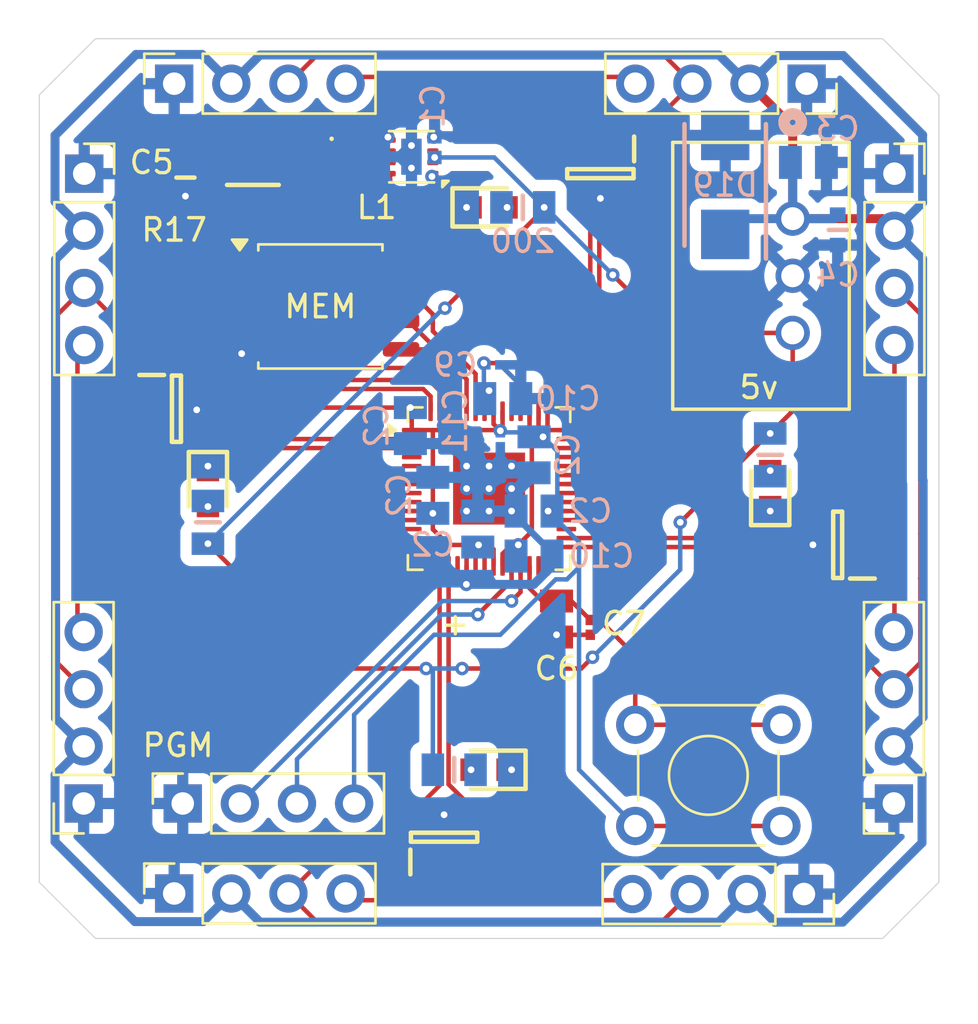
<source format=kicad_pcb>
(kicad_pcb (version 20241229) (generator "pcbnew") (generator_version "9.0")
  (layers (0 "F.Cu" signal) (2 "B.Cu" signal) (13 "F.Paste" user) (15 "B.Paste" user) (5 "F.SilkS" user "F.Silkscreen") (7 "B.SilkS" user "B.Silkscreen") (1 "F.Mask" user) (3 "B.Mask" user) (25 "Edge.Cuts" user))
  (net 0 "")
  (net 1 "/5V_LOCAL")
  (net 2 "GND")
  (net 3 "/3.3V_LOCAL")
  (net 4 "VCC")
  (net 5 "Net-(U1-VREG_VOUT)")
  (net 6 "Net-(D1-A)")
  (net 7 "Net-(D2-A)")
  (net 8 "Net-(D3-A)")
  (net 9 "Net-(D4-A)")
  (net 10 "/N_RX")
  (net 11 "/N_TX")
  (net 12 "/E_TX")
  (net 13 "/E_RX")
  (net 14 "/S_RX")
  (net 15 "/S_TX")
  (net 16 "/W_RX")
  (net 17 "/W_TX")
  (net 18 "Net-(J9-Pin_3)")
  (net 19 "Net-(J9-Pin_2)")
  (net 20 "Net-(U3-SW)")
  (net 21 "Net-(U3-PG)")
  (net 22 "Net-(U1-QSPI_SD2)")
  (net 24 "Net-(U1-QSPI_SCLK)")
  (net 26 "Net-(U1-QSPI_SS)")
  (net 27 "Net-(U1-QSPI_SD3)")
  (net 33 "Net-(U1-QSPI_SD0)")
  (net 39 "Net-(U1-QSPI_SD1)")
  (net 48 "Net-(SW1-B)")
  (net 53 "unconnected-(U1-GPIO11-Pad14)")
  (footprint "SamacSys_Parts:RBT10W24S05_XPP_XPR" (layer "F.Cu") (at 148.5 43 -90)
    (property "Reference" "5v")
    (property "Value" "RBT05W24S05")
  )
  (footprint "SamacSys_Parts:LEDC1608X115N" (layer "F.Cu") (at 147.5 55 90)
    (property "Reference" "D2" (hide yes))
    (property "Value" "LED" (hide yes))
  )
  (footprint "SamacSys_Parts:LEDC1608X115N" (layer "F.Cu") (at 122.5 55 -90)
    (property "Reference" "D4" (hide yes))
    (property "Value" "LED" (hide yes))
  )
  (footprint "SamacSys_Parts:LEDC1608X115N" (layer "F.Cu") (at 135 67.5 180)
    (property "Reference" "D3" (hide yes))
    (property "Value" "LED" (hide yes))
  )
  (footprint "Button_Switch_THT:SW_TH_Tactile_Omron_B3F-100x" (layer "F.Cu") (at 148 70 180)
    (property "Reference" "SW1" (hide yes))
    (property "Value" "SW_Push_Open")
  )
  (footprint "Package_SON:WSON-8-1EP_2x2mm_P0.5mm_EP0.9x1.6mm_ThermalVias" (layer "F.Cu") (at 131.55 40.25 180)
    (property "Reference" "U3" (hide yes))
    (property "Value" "TPS62162DSG")
  )
  (footprint "Connector_PinSocket_2.54mm:PinSocket_1x04_P2.54mm_Vertical" (layer "F.Cu") (at 121.38 69 90)
    (property "Reference" "J9" (hide yes))
    (property "Value" "2.54mm_ProgrammingPin")
  )
  (footprint "SamacSys_Parts:CAPC0603X33N" (layer "F.Cu") (at 139.5 61.17 -90)
    (property "Reference" "C7")
    (property "Value" "1uF" (hide yes))
  )
  (footprint "Connector_PinSocket_2.54mm:PinSocket_1x04_P2.54mm_Vertical" (layer "F.Cu") (at 116.975 69 180)
    (property "Reference" "J8" (hide yes))
    (property "Value" "1x4_Pogo")
  )
  (footprint "Connector_PinSocket_2.54mm:PinSocket_1x04_P2.54mm_Vertical" (layer "F.Cu") (at 153 69 180)
    (property "Reference" "J4" (hide yes))
    (property "Value" "1x4_Pogo")
  )
  (footprint "SamacSys_Parts:LCENA2016MKT2R2M0NK" (layer "F.Cu") (at 128 41.2 -90)
    (property "Reference" "L1")
    (property "Value" "2.2uH" (hide yes))
  )
  (footprint "SamacSys_Parts:SOT95P248X115-3N" (layer "F.Cu") (at 150.5 57.5 180)
    (property "Reference" "D18" (hide yes))
    (property "Value" "VGSOT03C-HG3-08" (hide yes))
  )
  (footprint "SamacSys_Parts:LEDC1608X115N" (layer "F.Cu") (at 135 42.5)
    (property "Reference" "D1" (hide yes))
    (property "Value" "LED" (hide yes))
  )
  (footprint "Connector_PinSocket_2.54mm:PinSocket_1x04_P2.54mm_Vertical" (layer "F.Cu") (at 121 37 90)
    (property "Reference" "J1" (hide yes))
    (property "Value" "1x4_Pogo")
  )
  (footprint "SamacSys_Parts:GRM18x" (layer "F.Cu") (at 121.5 41.175 -90)
    (property "Reference" "C5")
    (property "Value" "22uF" (hide yes))
  )
  (footprint "SamacSys_Parts:TNPW0805100KFHEA" (layer "F.Cu") (at 124.5 41.5 -90)
    (property "Reference" "R17")
    (property "Value" "100k" (hide yes))
  )
  (footprint "Connector_PinSocket_2.54mm:PinSocket_1x04_P2.54mm_Vertical" (layer "F.Cu") (at 149.12 37 -90)
    (property "Reference" "J2" (hide yes))
    (property "Value" "1x4_Pogo")
  )
  (footprint "SamacSys_Parts:SOT95P248X115-3N" (layer "F.Cu") (at 121.1 51.45)
    (property "Reference" "D21" (hide yes))
    (property "Value" "VGSOT03C-HG3-08" (hide yes))
  )
  (footprint "Package_SO:SOIC-8_5.3x5.3mm_P1.27mm" (layer "F.Cu") (at 127.5 46.905)
    (property "Reference" "MEM")
    (property "Value" "W25Q16JVSS")
  )
  (footprint "Connector_PinSocket_2.54mm:PinSocket_1x04_P2.54mm_Vertical" (layer "F.Cu") (at 149 73.025 -90)
    (property "Reference" "J6" (hide yes))
    (property "Value" "1x4_Pogo")
  )
  (footprint "Package_DFN_QFN:QFN-56-1EP_7x7mm_P0.4mm_EP3.2x3.2mm" (layer "F.Cu") (at 135 55)
    (property "Reference" "U1" (hide yes))
    (property "Value" "RP2040")
  )
  (footprint "SamacSys_Parts:CAPC2012X140N" (layer "F.Cu") (at 138 60.8 -90)
    (property "Reference" "C6")
    (property "Value" "0.1uF" (hide yes))
  )
  (footprint "Connector_PinSocket_2.54mm:PinSocket_1x04_P2.54mm_Vertical" (layer "F.Cu") (at 121 73 90)
    (property "Reference" "J5" (hide yes))
    (property "Value" "1x4_Pogo")
  )
  (footprint "SamacSys_Parts:SOT95P248X115-3N" (layer "F.Cu") (at 139.95 41 -90)
    (property "Reference" "D17" (hide yes))
    (property "Value" "VGSOT03C-HG3-08" (hide yes))
  )
  (footprint "SamacSys_Parts:SOT95P248X115-3N" (layer "F.Cu") (at 133 70.5 90)
    (property "Reference" "D20" (hide yes))
    (property "Value" "VGSOT03C-HG3-08" (hide yes))
  )
  (footprint "Connector_PinSocket_2.54mm:PinSocket_1x04_P2.54mm_Vertical" (layer "F.Cu") (at 117 41)
    (property "Reference" "J7" (hide yes))
    (property "Value" "1x4_Pogo")
  )
  (footprint "Connector_PinSocket_2.54mm:PinSocket_1x04_P2.54mm_Vertical" (layer "F.Cu") (at 153.025 41)
    (property "Reference" "J3" (hide yes))
    (property "Value" "1x4_Pogo")
  )
  (footprint "SamacSys_Parts:CAPC2012X140N" (layer "B.Cu") (at 131.5 52.2 -90)
    (property "Reference" "C2")
    (property "Value" "0.1uF" (hide yes))
  )
  (footprint "SamacSys_Parts:CAPC2012X140N" (layer "B.Cu") (at 137 53.5 -90)
    (property "Reference" "C2")
    (property "Value" "0.1uF" (hide yes))
  )
  (footprint "SamacSys_Parts:CAPC1005X70N" (layer "B.Cu") (at 132.58 39.82 90)
    (property "Reference" "C1")
    (property "Value" "10uF" (hide yes))
  )
  (footprint "SamacSys_Parts:CAPC2012X140N" (layer "B.Cu") (at 134.5 56.8 90)
    (property "Reference" "C2")
    (property "Value" "0.1uF" (hide yes))
  )
  (footprint "SamacSys_Parts:CAPC0603X33N" (layer "B.Cu") (at 135.17 49.5)
    (property "Reference" "C9")
    (property "Value" "1uF" (hide yes))
  )
  (footprint "SamacSys_Parts:CRCW1210200RJNEAIF" (layer "B.Cu") (at 136.5 42.5 180)
    (property "Reference" "200")
    (property "Value" "200" (hide yes))
  )
  (footprint "SamacSys_Parts:CAPC2012X140N" (layer "B.Cu") (at 149.2 40.5)
    (property "Reference" "C3")
    (property "Value" "0.1uF" (hide yes))
  )
  (footprint "SamacSys_Parts:DIOM5436X244N" (layer "B.Cu") (at 145.5 41.5 90)
    (property "Reference" "D19")
    (property "Value" "SMBJ15A" (hide yes))
  )
  (footprint "SamacSys_Parts:CAPC2012X140N" (layer "B.Cu") (at 132.5 55.3 90)
    (property "Reference" "C2")
    (property "Value" "0.1uF" (hide yes))
  )
  (footprint "SamacSys_Parts:CAPC2012X140N" (layer "B.Cu") (at 135.61 51)
    (property "Reference" "C10")
    (property "Value" "0.1uF" (hide yes))
  )
  (footprint "SamacSys_Parts:CRCW1210200RJNEAIF" (layer "B.Cu") (at 147.5 53.5 -90)
    (property "Reference" "R2" (hide yes))
    (property "Value" "200" (hide yes))
  )
  (footprint "SamacSys_Parts:CAPC2012X140N" (layer "B.Cu") (at 137 58)
    (property "Reference" "C10")
    (property "Value" "0.1uF" (hide yes))
  )
  (footprint "SamacSys_Parts:CAPC2012X140N" (layer "B.Cu") (at 137 56 180)
    (property "Reference" "C2")
    (property "Value" "0.1uF" (hide yes))
  )
  (footprint "SamacSys_Parts:CRCW1210200RJNEAIF" (layer "B.Cu") (at 122.5 56.5 90)
    (property "Reference" "R4" (hide yes))
    (property "Value" "200" (hide yes))
  )
  (footprint "SamacSys_Parts:GRM18x" (layer "B.Cu") (at 150.5 43.5 -90)
    (property "Reference" "C4")
    (property "Value" "22uF" (hide yes))
  )
  (footprint "SamacSys_Parts:CRCW1210200RJNEAIF" (layer "B.Cu") (at 133.45 67.5)
    (property "Reference" "R3" (hide yes))
    (property "Value" "200" (hide yes))
  )
  (footprint "SamacSys_Parts:CAPC0603X33N" (layer "B.Cu") (at 135.5 52.83 -90)
    (property "Reference" "C11")
    (property "Value" "1uF" (hide yes))
  )
  (gr_line (start 155 37.5) (end 152.5 35) (stroke (width 0.05)) (layer "Edge.Cuts"))
  (gr_line (start 117.5 75) (end 152.5 75) (stroke (width 0.05)) (layer "Edge.Cuts"))
  (gr_line (start 152.5 75) (end 155 72.5) (stroke (width 0.05)) (layer "Edge.Cuts"))
  (gr_line (start 155 72.5) (end 155 37.5) (stroke (width 0.05)) (layer "Edge.Cuts"))
  (gr_line (start 115 37.5) (end 115 72.5) (stroke (width 0.05)) (layer "Edge.Cuts"))
  (gr_line (start 152.5 35) (end 117.5 35) (stroke (width 0.05)) (layer "Edge.Cuts"))
  (gr_line (start 115 37.5) (end 117.5 35) (stroke (width 0.05)) (layer "Edge.Cuts"))
  (gr_line (start 115 72.5) (end 117.5 75) (stroke (width 0.05)) (layer "Edge.Cuts"))
  (gr_text "+" (at 133.5 61 0) (layer "F.SilkS") (effects (font (size 1 1) (thickness 0.15) (bold yes))))
  (gr_text "PGM" (at 119.5 67 0) (layer "F.SilkS") (effects (font (size 1 1)) (justify left bottom)))
  (segment (start 132.5 40) (end 132.5 40.5) (width 0.2) (layer "F.Cu") (net 1))
  (segment (start 137.45 42.568328) (end 137.45 42.5) (width 0.2) (layer "F.Cu") (net 1))
  (segment (start 139.1 63) (end 139.6 62.5) (width 0.2) (layer "F.Cu") (net 1))
  (segment (start 132.5 40.36) (end 132.58 40.28) (width 0.2) (layer "F.Cu") (net 1))
  (segment (start 147.5 52.55) (end 147.45 52.55) (width 0.2) (layer "F.Cu") (net 1))
  (segment (start 143.081 48.08) (end 140.501 45.5) (width 0.2) (layer "F.Cu") (net 1))
  (segment (start 132.200001 63) (end 128.05 63) (width 0.2) (layer "F.Cu") (net 1))
  (segment (start 148.5 48.08) (end 143.081 48.08) (width 0.2) (layer "F.Cu") (net 1))
  (segment (start 132.5 40.5) (end 132.5 40.36) (width 0.2) (layer "F.Cu") (net 1))
  (segment (start 147.45 52.55) (end 143.5 56.5) (width 0.2) (layer "F.Cu") (net 1))
  (segment (start 133.036657 46.981671) (end 137.45 42.568328) (width 0.2) (layer "F.Cu") (net 1))
  (segment (start 148.5 48.08) (end 148.5 51.55) (width 0.2) (layer "F.Cu") (net 1))
  (segment (start 128.05 63) (end 122.5 57.45) (width 0.2) (layer "F.Cu") (net 1))
  (segment (start 133.8 63) (end 139.1 63) (width 0.2) (layer "F.Cu") (net 1))
  (segment (start 148.5 51.55) (end 147.5 52.55) (width 0.2) (layer "F.Cu") (net 1))
  (via (at 132.200001 63) (size 0.6) (drill 0.3) (layers "F.Cu" "B.Cu") (net 1))
  (via (at 133.036657 46.981671) (size 0.6) (drill 0.3) (layers "F.Cu" "B.Cu") (net 1))
  (via (at 122.5 57.45) (size 0.6) (drill 0.3) (layers "F.Cu" "B.Cu") (net 1))
  (via (at 132.58 40.28) (size 0.6) (drill 0.3) (layers "F.Cu" "B.Cu") (net 1))
  (via (at 139.6 62.5) (size 0.6) (drill 0.3) (layers "F.Cu" "B.Cu") (net 1))
  (via (at 140.501 45.5) (size 0.6) (drill 0.3) (layers "F.Cu" "B.Cu") (net 1))
  (via (at 143.5 56.5) (size 0.6) (drill 0.3) (layers "F.Cu" "B.Cu") (net 1))
  (via (at 133.8 63) (size 0.6) (drill 0.3) (layers "F.Cu" "B.Cu") (net 1))
  (via (at 137.45 42.5) (size 0.6) (drill 0.3) (layers "F.Cu" "B.Cu") (net 1))
  (via (at 147.5 52.55) (size 0.6) (drill 0.3) (layers "F.Cu" "B.Cu") (net 1))
  (segment (start 132.58 40.28) (end 135.23 40.28) (width 0.2) (layer "B.Cu") (net 1))
  (segment (start 140.501 45.5) (end 137.501 42.5) (width 0.2) (layer "B.Cu") (net 1))
  (segment (start 132.968329 46.981671) (end 133.036657 46.981671) (width 0.2) (layer "B.Cu") (net 1))
  (segment (start 143.5 56.5) (end 143.5 58.6) (width 0.2) (layer "B.Cu") (net 1))
  (segment (start 132.200001 63) (end 132.5 63) (width 0.2) (layer "B.Cu") (net 1))
  (segment (start 132.5 63) (end 133.8 63) (width 0.2) (layer "B.Cu") (net 1))
  (segment (start 122.5 57.45) (end 132.968329 46.981671) (width 0.2) (layer "B.Cu") (net 1))
  (segment (start 137.501 42.5) (end 137.45 42.5) (width 0.2) (layer "B.Cu") (net 1))
  (segment (start 135.23 40.28) (end 137.45 42.5) (width 0.2) (layer "B.Cu") (net 1))
  (segment (start 143.5 58.6) (end 139.6 62.5) (width 0.2) (layer "B.Cu") (net 1))
  (segment (start 132.5 67.5) (end 132.5 63) (width 0.2) (layer "B.Cu") (net 1))
  (segment (start 122.05 51.45) (end 122 51.5) (width 0.2) (layer "F.Cu") (net 2))
  (segment (start 139.5 61.5) (end 138.1 61.5) (width 0.2) (layer "F.Cu") (net 2))
  (segment (start 123.9125 48.9125) (end 124 49) (width 0.2) (layer "F.Cu") (net 2))
  (segment (start 122.2 51.45) (end 122.05 51.45) (width 0.2) (layer "F.Cu") (net 2))
  (segment (start 133 69.4) (end 133 69.5) (width 0.2) (layer "F.Cu") (net 2))
  (segment (start 134 59.248125) (end 133.990306 59.257819) (width 0.2) (layer "F.Cu") (net 2))
  (segment (start 138.1 61.5) (end 138 61.6) (width 0.2) (layer "F.Cu") (net 2))
  (segment (start 147.5 55.8) (end 147.5 56) (width 0.2) (layer "F.Cu") (net 2))
  (segment (start 132.5 39.413845) (end 132.538845 39.375) (width 0.2) (layer "F.Cu") (net 2))
  (segment (start 130.6 39.5) (end 130.6 39.471638) (width 0.2) (layer "F.Cu") (net 2))
  (segment (start 121.5 41.85) (end 121.5 42) (width 0.2) (layer "F.Cu") (net 2))
  (segment (start 138 61.6) (end 138 61.5) (width 0.2) (layer "F.Cu") (net 2))
  (segment (start 123.9125 48.81) (end 123.9125 48.9125) (width 0.2) (layer "F.Cu") (net 2))
  (segment (start 134.2 42.5) (end 134 42.5) (width 0.2) (layer "F.Cu") (net 2))
  (segment (start 122.5 54.2) (end 122.5 54) (width 0.2) (layer "F.Cu") (net 2))
  (segment (start 134 58.4375) (end 134 59.248125) (width 0.2) (layer "F.Cu") (net 2))
  (segment (start 135.8 67.5) (end 136 67.5) (width 0.2) (layer "F.Cu") (net 2))
  (segment (start 132.5 39.5) (end 132.5 39.413845) (width 0.2) (layer "F.Cu") (net 2))
  (segment (start 132.5 41.086137) (end 132.461137 41.125) (width 0.2) (layer "F.Cu") (net 2))
  (segment (start 132.5 41) (end 132.5 41.086137) (width 0.2) (layer "F.Cu") (net 2))
  (segment (start 130.6 39.471638) (end 130.503362 39.375) (width 0.2) (layer "F.Cu") (net 2))
  (via (at 135 56) (size 0.6) (drill 0.3) (layers "F.Cu" "B.Cu") (net 2))
  (via (at 132.538845 39.375) (size 0.6) (drill 0.3) (layers "F.Cu" "B.Cu") (net 2))
  (via (at 134 42.5) (size 0.6) (drill 0.3) (layers "F.Cu" "B.Cu") (net 2))
  (via (at 132.461137 41.125) (size 0.6) (drill 0.3) (layers "F.Cu" "B.Cu") (net 2))
  (via (at 134 54) (size 0.6) (drill 0.3) (layers "F.Cu" "B.Cu") (net 2))
  (via (at 149.4 57.5) (size 0.6) (drill 0.3) (layers "F.Cu" "B.Cu") (net 2))
  (via (at 134 56) (size 0.6) (drill 0.3) (layers "F.Cu" "B.Cu") (net 2))
  (via (at 136 55) (size 0.6) (drill 0.3) (layers "F.Cu" "B.Cu") (net 2))
  (via (at 136 56) (size 0.6) (drill 0.3) (layers "F.Cu" "B.Cu") (net 2))
  (via (at 122.5 54) (size 0.6) (drill 0.3) (layers "F.Cu" "B.Cu") (net 2))
  (via (at 122 51.5) (size 0.6) (drill 0.3) (layers "F.Cu" "B.Cu") (net 2))
  (via (at 135 55) (size 0.6) (drill 0.3) (layers "F.Cu" "B.Cu") (net 2))
  (via (at 133.990306 59.257819) (size 0.6) (drill 0.3) (layers "F.Cu" "B.Cu") (net 2))
  (via (at 135 54) (size 0.6) (drill 0.3) (layers "F.Cu" "B.Cu") (net 2))
  (via (at 130.503362 39.375) (size 0.6) (drill 0.3) (layers "F.Cu" "B.Cu") (net 2))
  (via (at 136 54) (size 0.6) (drill 0.3) (layers "F.Cu" "B.Cu") (net 2))
  (via (at 121.5 42) (size 0.6) (drill 0.3) (layers "F.Cu" "B.Cu") (net 2))
  (via (at 134 55) (size 0.6) (drill 0.3) (layers "F.Cu" "B.Cu") (net 2))
  (via (at 147.5 56) (size 0.6) (drill 0.3) (layers "F.Cu" "B.Cu") (net 2))
  (via (at 138 61.5) (size 0.6) (drill 0.3) (layers "F.Cu" "B.Cu") (net 2))
  (via (at 139.95 42.1) (size 0.6) (drill 0.3) (layers "F.Cu" "B.Cu") (net 2))
  (via (at 124 49) (size 0.6) (drill 0.3) (layers "F.Cu" "B.Cu") (net 2))
  (via (at 136 67.5) (size 0.6) (drill 0.3) (layers "F.Cu" "B.Cu") (net 2))
  (via (at 133 69.5) (size 0.6) (drill 0.3) (layers "F.Cu" "B.Cu") (net 2))
  (segment (start 136.2 55.1) (end 137 54.3) (width 0.6) (layer "B.Cu") (net 2))
  (segment (start 137.8 58) (end 137.8 58.447) (width 0.4) (layer "B.Cu") (net 2))
  (segment (start 136.989181 59.257819) (end 133.990306 59.257819) (width 0.4) (layer "B.Cu") (net 2))
  (segment (start 137.8 58.447) (end 136.989181 59.257819) (width 0.4) (layer "B.Cu") (net 2))
  (segment (start 136.41 51) (end 136.41 50.41) (width 0.2) (layer "B.Cu") (net 2))
  (segment (start 135.5 53.5) (end 135 54) (width 0.2) (layer "B.Cu") (net 2))
  (segment (start 135.5 53.5) (end 136 54) (width 0.2) (layer "B.Cu") (net 2))
  (segment (start 136.2 56.247) (end 136.2 56) (width 0.2) (layer "B.Cu") (net 2))
  (segment (start 137.8 57.847) (end 136.2 56.247) (width 0.3) (layer "B.Cu") (net 2))
  (segment (start 136.41 50.41) (end 135.5 49.5) (width 0.2) (layer "B.Cu") (net 2))
  (segment (start 136.2 56) (end 136.2 55.1) (width 0.6) (layer "B.Cu") (net 2))
  (segment (start 135.5 53.16) (end 135.5 53.5) (width 0.2) (layer "B.Cu") (net 2))
  (segment (start 132.5 56.1) (end 132.5 52.4) (width 0.2) (layer "F.Cu") (net 3))
  (segment (start 135.600001 51.5625) (end 135.600001 52.329997) (width 0.2) (layer "F.Cu") (net 3))
  (segment (start 131.5625 52.4) (end 132.5 52.4) (width 0.2) (layer "F.Cu") (net 3))
  (segment (start 135.600001 52.329997) (end 135.5 52.429998) (width 0.2) (layer "F.Cu") (net 3))
  (segment (start 124.5 40) (end 124 40) (width 0.2) (layer "F.Cu") (net 3))
  (segment (start 132.5 56.81) (end 133.196166 57.506166) (width 0.2) (layer "F.Cu") (net 3))
  (segment (start 135.470002 52.4) (end 135.5 52.429998) (width 0.2) (layer "F.Cu") (net 3))
  (segment (start 131.5625 56) (end 132.4 56) (width 0.2) (layer "F.Cu") (net 3))
  (segment (start 124 40) (end 123.5 40.5) (width 0.2) (layer "F.Cu") (net 3))
  (segment (start 133.196166 57.506166) (end 134.533207 57.506166) (width 0.2) (layer "F.Cu") (net 3))
  (segment (start 132.5 52.4) (end 135.470002 52.4) (width 0.2) (layer "F.Cu") (net 3))
  (segment (start 141.5 70) (end 148 70) (width 0.2) (layer "F.Cu") (net 3))
  (segment (start 135.2 52.129998) (end 135.5 52.429998) (width 0.2) (layer "F.Cu") (net 3))
  (segment (start 137.199999 52.499999) (end 137.4 52.7) (width 0.2) (layer "F.Cu") (net 3))
  (segment (start 138.4375 52.4) (end 137.7 52.4) (width 0.2) (layer "F.Cu") (net 3))
  (segment (start 137.199999 51.5625) (end 137.199999 52.499999) (width 0.2) (layer "F.Cu") (net 3))
  (segment (start 123.5 40.5) (end 121.5 40.5) (width 0.2) (layer "F.Cu") (net 3))
  (segment (start 131.5625 51.4625) (end 131.5 51.4) (width 0.2) (layer "F.Cu") (net 3))
  (segment (start 128.4 40) (end 130.6 40) (width 0.2) (layer "F.Cu") (net 3))
  (segment (start 121.997 42.503) (end 124.5 40) (width 0.2) (layer "F.Cu") (net 3))
  (segment (start 137.6 51.5625) (end 137.6 52.5) (width 0.2) (layer "F.Cu") (net 3))
  (segment (start 122.871 44.374) (end 121.997 43.5) (width 0.2) (layer "F.Cu") (net 3))
  (segment (start 137.7 52.4) (end 137.4 52.7) (width 0.2) (layer "F.Cu") (net 3))
  (segment (start 121.997 49.50119) (end 121.997 43.5) (width 0.2) (layer "F.Cu") (net 3))
  (segment (start 128 40.4) (end 124.9 40.4) (width 0.2) (layer "F.Cu") (net 3))
  (segment (start 131.0875 45) (end 130.4615 44.374) (width 0.2) (layer "F.Cu") (net 3))
  (segment (start 130.4615 44.374) (end 122.871 44.374) (width 0.2) (layer "F.Cu") (net 3))
  (segment (start 131.5 51.4) (end 123.89581 51.4) (width 0.2) (layer "F.Cu") (net 3))
  (segment (start 135.2 57.7) (end 135.006166 57.506166) (width 0.2) (layer "F.Cu") (net 3))
  (segment (start 121.997 43.5) (end 121.997 42.503) (width 0.2) (layer "F.Cu") (net 3))
  (segment (start 135.2 58.4375) (end 135.2 57.7) (width 0.2) (layer "F.Cu") (net 3))
  (segment (start 138.4375 56) (end 137.624832 56) (width 0.2) (layer "F.Cu") (net 3))
  (segment (start 132.5 56.1) (end 132.5 56.81) (width 0.2) (layer "F.Cu") (net 3))
  (segment (start 137.624832 56) (end 137.624698 56.000134) (width 0.2) (layer "F.Cu") (net 3))
  (segment (start 135.006166 57.506166) (end 134.533207 57.506166) (width 0.2) (layer "F.Cu") (net 3))
  (segment (start 131.5625 52.4) (end 131.5625 51.4625) (width 0.2) (layer "F.Cu") (net 3))
  (segment (start 137.6 52.5) (end 137.4 52.7) (width 0.2) (layer "F.Cu") (net 3))
  (segment (start 123.89581 51.4) (end 121.997 49.50119) (width 0.2) (layer "F.Cu") (net 3))
  (segment (start 124.9 40.4) (end 124.5 40) (width 0.2) (layer "F.Cu") (net 3))
  (segment (start 132.4 56) (end 132.5 56.1) (width 0.2) (layer "F.Cu") (net 3))
  (segment (start 128 40.4) (end 128.4 40) (width 0.2) (layer "F.Cu") (net 3))
  (segment (start 135.2 51.5625) (end 135.2 52.129998) (width 0.2) (layer "F.Cu") (net 3))
  (via (at 137.4 52.7) (size 0.6) (drill 0.3) (layers "F.Cu" "B.Cu") (net 3))
  (via (at 134.533207 57.506166) (size 0.6) (drill 0.3) (layers "F.Cu" "B.Cu") (net 3))
  (via (at 132.5 56.1) (size 0.6) (drill 0.3) (layers "F.Cu" "B.Cu") (net 3))
  (via (at 131.5 51.4) (size 0.6) (drill 0.3) (layers "F.Cu" "B.Cu") (net 3))
  (via (at 137.624698 56.000134) (size 0.6) (drill 0.3) (layers "F.Cu" "B.Cu") (net 3))
  (via (at 135.5 52.429998) (size 0.6) (drill 0.3) (layers "F.Cu" "B.Cu") (net 3))
  (segment (start 139 58.5) (end 138.464 59.036) (width 0.2) (layer "B.Cu") (net 3))
  (segment (start 139 58.5) (end 139 67.5) (width 0.2) (layer "B.Cu") (net 3))
  (segment (start 135.5 61.5) (end 132.5542 61.5) (width 0.2) (layer "B.Cu") (net 3))
  (segment (start 135.5 52.5) (end 136.8 52.5) (width 0.2) (layer "B.Cu") (net 3))
  (segment (start 137.624698 56.000134) (end 139 57.375436) (width 0.2) (layer "B.Cu") (net 3))
  (segment (start 129 65.0542) (end 129 69) (width 0.2) (layer "B.Cu") (net 3))
  (segment (start 137.964 59.036) (end 135.5 61.5) (width 0.2) (layer "B.Cu") (net 3))
  (segment (start 136.8 52.5) (end 137 52.7) (width 0.2) (layer "B.Cu") (net 3))
  (segment (start 139 67.5) (end 141.5 70) (width 0.2) (layer "B.Cu") (net 3))
  (segment (start 138.036 55.588832) (end 138.036 53.336) (width 0.2) (layer "B.Cu") (net 3))
  (segment (start 132.5542 61.5) (end 129 65.0542) (width 0.2) (layer "B.Cu") (net 3))
  (segment (start 138.464 59.036) (end 137.964 59.036) (width 0.2) (layer "B.Cu") (net 3))
  (segment (start 138.036 53.336) (end 137.4 52.7) (width 0.2) (layer "B.Cu") (net 3))
  (segment (start 139 57.375436) (end 139 58.5) (width 0.2) (layer "B.Cu") (net 3))
  (segment (start 137.624698 56.000134) (end 138.036 55.588832) (width 0.2) (layer "B.Cu") (net 3))
  (segment (start 152.485 43) (end 153.025 43.54) (width 0.4) (layer "F.Cu") (net 4))
  (segment (start 148.5 43) (end 148.5 38.92) (width 0.4) (layer "F.Cu") (net 4))
  (segment (start 148.5 43) (end 152.485 43) (width 0.4) (layer "F.Cu") (net 4))
  (segment (start 148.5 38.92) (end 146.58 37) (width 0.4) (layer "F.Cu") (net 4))
  (segment (start 146.5 37) (end 145.224 35.724) (width 0.4) (layer "B.Cu") (net 4))
  (segment (start 153.025 43.54) (end 154.276 44.791) (width 0.4) (layer "B.Cu") (net 4))
  (segment (start 124.816 35.724) (end 123.54 37) (width 0.4) (layer "B.Cu") (net 4))
  (segment (start 150.749 35.749) (end 152.25 37.25) (width 0.4) (layer "B.Cu") (net 4))
  (segment (start 153 66.46) (end 154.251 67.711) (width 0.4) (layer "B.Cu") (net 4))
  (segment (start 119.251 74.251) (end 115.701 70.701) (width 0.4) (layer "B.Cu") (net 4))
  (segment (start 123.54 73) (end 122.289 74.251) (width 0.4) (layer "B.Cu") (net 4))
  (segment (start 154.299 65.161) (end 153 66.46) (width 0.4) (layer "B.Cu") (net 4))
  (segment (start 154.276 39.276) (end 154.276 42.289) (width 0.4) (layer "B.Cu") (net 4))
  (segment (start 122.241 35.701) (end 123.54 37) (width 0.4) (layer "B.Cu") (net 4))
  (segment (start 150.325 43) (end 150.5 42.825) (width 0.4) (layer "B.Cu") (net 4))
  (segment (start 146.46 73.025) (end 145.209 74.276) (width 0.4) (layer "B.Cu") (net 4))
  (segment (start 146.58 37) (end 146.5 37) (width 0.4) (layer "B.Cu") (net 4))
  (segment (start 146.58 37) (end 147.831 35.749) (width 0.4) (layer "B.Cu") (net 4))
  (segment (start 147.711 74.276) (end 146.46 73.025) (width 0.4) (layer "B.Cu") (net 4))
  (segment (start 154.276 54.624) (end 154.299 54.647) (width 0.4) (layer "B.Cu") (net 4))
  (segment (start 154.251 70.749) (end 150.724 74.276) (width 0.4) (layer "B.Cu") (net 4))
  (segment (start 154.276 42.289) (end 153.025 43.54) (width 0.4) (layer "B.Cu") (net 4))
  (segment (start 150.724 74.276) (end 147.711 74.276) (width 0.4) (layer "B.Cu") (net 4))
  (segment (start 154.251 67.711) (end 154.251 70.749) (width 0.4) (layer "B.Cu") (net 4))
  (segment (start 124.816 74.276) (end 123.54 73) (width 0.4) (layer "B.Cu") (net 4))
  (segment (start 116.975 66.46) (end 115.724 65.209) (width 0.4) (layer "B.Cu") (net 4))
  (segment (start 115.701 70.701) (end 115.701 67.734) (width 0.4) (layer "B.Cu") (net 4))
  (segment (start 115.701 39.299) (end 119.299 35.701) (width 0.4) (layer "B.Cu") (net 4))
  (segment (start 148.5 43) (end 150.325 43) (width 0.4) (layer "B.Cu") (net 4))
  (segment (start 148.5 43) (end 148.5 40.6) (width 0.4) (layer "B.Cu") (net 4))
  (segment (start 147.831 35.749) (end 150.749 35.749) (width 0.4) (layer "B.Cu") (net 4))
  (segment (start 154.299 54.647) (end 154.299 65.161) (width 0.4) (layer "B.Cu") (net 4))
  (segment (start 154.276 44.791) (end 154.276 54.624) (width 0.4) (layer "B.Cu") (net 4))
  (segment (start 148.5 40.6) (end 148.4 40.5) (width 0.4) (layer "B.Cu") (net 4))
  (segment (start 115.724 65.209) (end 115.724 44.816) (width 0.4) (layer "B.Cu") (net 4))
  (segment (start 119.299 35.701) (end 122.241 35.701) (width 0.4) (layer "B.Cu") (net 4))
  (segment (start 146.2 43) (end 145.5 43.7) (width 0.4) (layer "B.Cu") (net 4))
  (segment (start 122.289 74.251) (end 119.251 74.251) (width 0.4) (layer "B.Cu") (net 4))
  (segment (start 115.701 67.734) (end 116.975 66.46) (width 0.4) (layer "B.Cu") (net 4))
  (segment (start 152.25 37.25) (end 154.276 39.276) (width 0.4) (layer "B.Cu") (net 4))
  (segment (start 115.724 44.816) (end 117 43.54) (width 0.4) (layer "B.Cu") (net 4))
  (segment (start 115.701 42.241) (end 115.701 39.299) (width 0.4) (layer "B.Cu") (net 4))
  (segment (start 145.209 74.276) (end 124.816 74.276) (width 0.4) (layer "B.Cu") (net 4))
  (segment (start 117 43.54) (end 115.701 42.241) (width 0.4) (layer "B.Cu") (net 4))
  (segment (start 145.224 35.724) (end 124.816 35.724) (width 0.4) (layer "B.Cu") (net 4))
  (segment (start 148.5 43) (end 146.2 43) (width 0.4) (layer "B.Cu") (net 4))
  (segment (start 136.3 57.5) (end 136.302 57.5) (width 0.2) (layer "F.Cu") (net 5))
  (segment (start 135.600001 57.899999) (end 136 57.5) (width 0.2) (layer "F.Cu") (net 5))
  (segment (start 136 57.5) (end 136.3 57.5) (width 0.2) (layer "F.Cu") (net 5))
  (segment (start 136.8 52.998) (end 136.901 53.099) (width 0.2) (layer "F.Cu") (net 5))
  (segment (start 136.901 53.099) (end 136.901 56.901) (width 0.2) (layer "F.Cu") (net 5))
  (segment (start 136.8 51.5625) (end 136.8 50.8) (width 0.2) (layer "F.Cu") (net 5))
  (segment (start 134.8 51.5625) (end 134.8 50.845228) (width 0.2) (layer "F.Cu") (net 5))
  (segment (start 136.8 50.8) (end 135.421471 49.421471) (width 0.2) (layer "F.Cu") (net 5))
  (segment (start 136.8 51.5625) (end 136.8 52.998) (width 0.2) (layer "F.Cu") (net 5))
  (segment (start 134.8 50.845228) (end 134.999999 50.645229) (width 0.2) (layer "F.Cu") (net 5))
  (segment (start 135.600001 58.4375) (end 135.600001 57.899999) (width 0.2) (layer "F.Cu") (net 5))
  (segment (start 135.421471 49.421471) (end 134.77 49.421471) (width 0.2) (layer "F.Cu") (net 5))
  (segment (start 136.302 57.5) (end 136.901 56.901) (width 0.2) (layer "F.Cu") (net 5))
  (via (at 134.77 49.421471) (size 0.6) (drill 0.3) (layers "F.Cu" "B.Cu") (net 5))
  (via (at 134.999999 50.645229) (size 0.6) (drill 0.3) (layers "F.Cu" "B.Cu") (net 5))
  (via (at 136.3 57.5) (size 0.6) (drill 0.3) (layers "F.Cu" "B.Cu") (net 5))
  (segment (start 134.77 50.41523) (end 134.999999 50.645229) (width 0.2) (layer "B.Cu") (net 5))
  (segment (start 134.77 49.421471) (end 134.77 50.41523) (width 0.2) (layer "B.Cu") (net 5))
  (via (at 135.8 42.5) (size 0.6) (drill 0.3) (layers "F.Cu" "B.Cu") (net 6))
  (segment (start 135.55 42.5) (end 135.8 42.5) (width 0.2) (layer "B.Cu") (net 6))
  (via (at 147.5 54.2) (size 0.6) (drill 0.3) (layers "F.Cu" "B.Cu") (net 7))
  (segment (start 147.5 54.45) (end 147.5 54.2) (width 0.2) (layer "B.Cu") (net 7))
  (via (at 134.2 67.5) (size 0.6) (drill 0.3) (layers "F.Cu" "B.Cu") (net 8))
  (segment (start 134.4 67.5) (end 134.2 67.5) (width 0.2) (layer "B.Cu") (net 8))
  (via (at 122.5 55.8) (size 0.6) (drill 0.3) (layers "F.Cu" "B.Cu") (net 9))
  (segment (start 122.5 55.55) (end 122.5 55.8) (width 0.2) (layer "B.Cu") (net 9))
  (segment (start 139 42.5) (end 139.5 43) (width 0.2) (layer "F.Cu") (net 10))
  (segment (start 139.5 54) (end 139.100001 54.399999) (width 0.2) (layer "F.Cu") (net 10))
  (segment (start 139 39.9) (end 139 36.699) (width 0.2) (layer "F.Cu") (net 10))
  (segment (start 141.199 36.699) (end 141.5 37) (width 0.2) (layer "F.Cu") (net 10))
  (segment (start 139.100001 54.399999) (end 138.4375 54.399999) (width 0.2) (layer "F.Cu") (net 10))
  (segment (start 139 36.699) (end 128.921 36.699) (width 0.2) (layer "F.Cu") (net 10))
  (segment (start 128.921 36.699) (end 128.62 37) (width 0.2) (layer "F.Cu") (net 10))
  (segment (start 139 39.9) (end 139 42.5) (width 0.2) (layer "F.Cu") (net 10))
  (segment (start 139 36.699) (end 141.199 36.699) (width 0.2) (layer "F.Cu") (net 10))
  (segment (start 139.5 43) (end 139.5 54) (width 0.2) (layer "F.Cu") (net 10))
  (segment (start 138.4375 54.8) (end 139.265102 54.8) (width 0.2) (layer "F.Cu") (net 11))
  (segment (start 141.14 39.9) (end 144.04 37) (width 0.2) (layer "F.Cu") (net 11))
  (segment (start 142.864 35.824) (end 144.04 37) (width 0.2) (layer "F.Cu") (net 11))
  (segment (start 139.901 54.1661) (end 139.901 43.599) (width 0.2) (layer "F.Cu") (net 11))
  (segment (start 140.9 42.6) (end 140.9 39.9) (width 0.2) (layer "F.Cu") (net 11))
  (segment (start 127.256 35.824) (end 142.864 35.824) (width 0.2) (layer "F.Cu") (net 11))
  (segment (start 139.266101 54.800999) (end 139.901 54.1661) (width 0.2) (layer "F.Cu") (net 11))
  (segment (start 127.256 35.824) (end 126.08 37) (width 0.2) (layer "F.Cu") (net 11))
  (segment (start 139.901 43.599) (end 140.9 42.6) (width 0.2) (layer "F.Cu") (net 11))
  (segment (start 140.9 39.9) (end 141.14 39.9) (width 0.2) (layer "F.Cu") (net 11))
  (segment (start 139.265102 54.8) (end 139.266101 54.800999) (width 0.2) (layer "F.Cu") (net 11))
  (segment (start 154.176 62.744) (end 153 63.92) (width 0.2) (layer "F.Cu") (net 12))
  (segment (start 154.176 47.231) (end 154.176 57) (width 0.2) (layer "F.Cu") (net 12))
  (segment (start 151.449 58.601) (end 151.6 58.45) (width 0.2) (layer "F.Cu") (net 12))
  (segment (start 154.176 57) (end 154.176 58.998765) (width 0.2) (layer "F.Cu") (net 12))
  (segment (start 151.6 62.52) (end 151.6 58.45) (width 0.2) (layer "F.Cu") (net 12))
  (segment (start 148.1 57.6) (end 149.101 58.601) (width 0.2) (layer "F.Cu") (net 12))
  (segment (start 154.176 59) (end 154.176 62.744) (width 0.2) (layer "F.Cu") (net 12))
  (segment (start 151.6 62.52) (end 153 63.92) (width 0.2) (layer "F.Cu") (net 12))
  (segment (start 153.025 46.08) (end 154.176 47.231) (width 0.2) (layer "F.Cu") (net 12))
  (segment (start 138.4375 57.6) (end 148.1 57.6) (width 0.2) (layer "F.Cu") (net 12))
  (segment (start 154.174765 59) (end 154.176 59) (width 0.2) (layer "F.Cu") (net 12))
  (segment (start 149.101 58.601) (end 151.449 58.601) (width 0.2) (layer "F.Cu") (net 12))
  (segment (start 154.176 58.998765) (end 154.174765 59) (width 0.2) (layer "F.Cu") (net 12))
  (segment (start 153.025 56.5) (end 153.025 57) (width 0.2) (layer "F.Cu") (net 13))
  (segment (start 148.898 56.55) (end 151.6 56.55) (width 0.2) (layer "F.Cu") (net 13))
  (segment (start 153.025 48.62) (end 153.025 56.5) (width 0.2) (layer "F.Cu") (net 13))
  (segment (start 153.025 61.355) (end 153 61.38) (width 0.2) (layer "F.Cu") (net 13))
  (segment (start 152.975 56.55) (end 153.025 56.5) (width 0.2) (layer "F.Cu") (net 13))
  (segment (start 148.248001 57.199999) (end 148.898 56.55) (width 0.2) (layer "F.Cu") (net 13))
  (segment (start 138.4375 57.199999) (end 148.248001 57.199999) (width 0.2) (layer "F.Cu") (net 13))
  (segment (start 151.6 56.55) (end 152.975 56.55) (width 0.2) (layer "F.Cu") (net 13))
  (segment (start 153.025 57) (end 153.025 61.355) (width 0.2) (layer "F.Cu") (net 13))
  (segment (start 134 73.301) (end 141.104 73.301) (width 0.2) (layer "F.Cu") (net 14))
  (segment (start 133.95 68.898) (end 133.95 71.6) (width 0.2) (layer "F.Cu") (net 14))
  (segment (start 128.921 73.301) (end 128.62 73) (width 0.2) (layer "F.Cu") (net 14))
  (segment (start 132.5 73.301) (end 128.921 73.301) (width 0.2) (layer "F.Cu") (net 14))
  (segment (start 133.95 73.251) (end 134 73.301) (width 0.2) (layer "F.Cu") (net 14))
  (segment (start 132.5 73.301) (end 134 73.301) (width 0.2) (layer "F.Cu") (net 14))
  (segment (start 133.2 68.148) (end 133.95 68.898) (width 0.2) (layer "F.Cu") (net 14))
  (segment (start 133.2 58.4375) (end 133.2 68.148) (width 0.2) (layer "F.Cu") (net 14))
  (segment (start 141.104 73.301) (end 141.38 73.025) (width 0.2) (layer "F.Cu") (net 14))
  (segment (start 133.95 71.6) (end 133.95 73.251) (width 0.2) (layer "F.Cu") (net 14))
  (segment (start 143.92 73.025) (end 142.769 74.176) (width 0.2) (layer "F.Cu") (net 15))
  (segment (start 132.05 68.95) (end 132.05 71.6) (width 0.2) (layer "F.Cu") (net 15))
  (segment (start 132.800001 58.4375) (end 132.800001 68.199999) (width 0.2) (layer "F.Cu") (net 15))
  (segment (start 142.769 74.176) (end 127.256 74.176) (width 0.2) (layer "F.Cu") (net 15))
  (segment (start 132.800001 68.199999) (end 132.05 68.95) (width 0.2) (layer "F.Cu") (net 15))
  (segment (start 126.08 73) (end 127.48 71.6) (width 0.2) (layer "F.Cu") (net 15))
  (segment (start 127.48 71.6) (end 132.05 71.6) (width 0.2) (layer "F.Cu") (net 15))
  (segment (start 127.256 74.176) (end 126.08 73) (width 0.2) (layer "F.Cu") (net 15))
  (segment (start 119.9 52.5) (end 120 52.4) (width 0.2) (layer "F.Cu") (net 16))
  (segment (start 120.8 53.2) (end 120 52.4) (width 0.2) (layer "F.Cu") (net 16))
  (segment (start 116.699 52.5) (end 116.699 48.921) (width 0.2) (layer "F.Cu") (net 16))
  (segment (start 131.5625 53.2) (end 120.8 53.2) (width 0.2) (layer "F.Cu") (net 16))
  (segment (start 116.699 48.921) (end 117 48.62) (width 0.2) (layer "F.Cu") (net 16))
  (segment (start 116.699 52.5) (end 119.9 52.5) (width 0.2) (layer "F.Cu") (net 16))
  (segment (start 116.699 52.5) (end 116.699 61.104) (width 0.2) (layer "F.Cu") (net 16))
  (segment (start 116.699 61.104) (end 116.975 61.38) (width 0.2) (layer "F.Cu") (net 16))
  (segment (start 131.5625 52.800001) (end 122.098001 52.800001) (width 0.2) (layer "F.Cu") (net 17))
  (segment (start 115.824 62.769) (end 116.975 63.92) (width 0.2) (layer "F.Cu") (net 17))
  (segment (start 115.824 47.256) (end 115.824 62.769) (width 0.2) (layer "F.Cu") (net 17))
  (segment (start 120 49.08) (end 117 46.08) (width 0.2) (layer "F.Cu") (net 17))
  (segment (start 120 50.702) (end 120 50.5) (width 0.2) (layer "F.Cu") (net 17))
  (segment (start 120 50.5) (end 120 49.08) (width 0.2) (layer "F.Cu") (net 17))
  (segment (start 117 46.08) (end 115.824 47.256) (width 0.2) (layer "F.Cu") (net 17))
  (segment (start 122.098001 52.800001) (end 120 50.702) (width 0.2) (layer "F.Cu") (net 17))
  (segment (start 136 59.1) (end 134.5 60.6) (width 0.2) (layer "F.Cu") (net 18))
  (segment (start 136 58.4375) (end 136 59.1) (width 0.2) (layer "F.Cu") (net 18))
  (via (at 134.5 60.6) (size 0.6) (drill 0.3) (layers "F.Cu" "B.Cu") (net 18))
  (segment (start 132.8871 60.6) (end 134.5 60.6) (width 0.2) (layer "B.Cu") (net 18))
  (segment (start 126.46 69) (end 126.46 67.0271) (width 0.2) (layer "B.Cu") (net 18))
  (segment (start 126.46 67.0271) (end 132.8871 60.6) (width 0.2) (layer "B.Cu") (net 18))
  (segment (start 136.4 59.6) (end 136.4 58.4375) (width 0.2) (layer "F.Cu") (net 19))
  (segment (start 136 60) (end 136.4 59.6) (width 0.2) (layer "F.Cu") (net 19))
  (via (at 136 60) (size 0.6) (drill 0.3) (layers "F.Cu" "B.Cu") (net 19))
  (segment (start 132.92 60) (end 136 60) (width 0.2) (layer "B.Cu") (net 19))
  (segment (start 123.92 69) (end 132.92 60) (width 0.2) (layer "B.Cu") (net 19))
  (segment (start 130 40.5) (end 130.6 40.5) (width 0.2) (layer "F.Cu") (net 20))
  (segment (start 128.5 42) (end 130 40.5) (width 0.2) (layer "F.Cu") (net 20))
  (segment (start 128 42) (end 128.5 42) (width 0.2) (layer "F.Cu") (net 20))
  (segment (start 128.902 43) (end 130.6 41.302) (width 0.2) (layer "F.Cu") (net 21))
  (segment (start 124.5 43) (end 128.902 43) (width 0.2) (layer "F.Cu") (net 21))
  (segment (start 130.6 41.302) (end 130.6 41) (width 0.2) (layer "F.Cu") (net 21))
  (segment (start 133.2 50.475975) (end 132.362012 49.637987) (width 0.2) (layer "F.Cu") (net 22))
  (segment (start 132.362012 49.637987) (end 126.637987 49.637987) (width 0.2) (layer "F.Cu") (net 22))
  (segment (start 126.637987 49.637987) (end 124.54 47.54) (width 0.2) (layer "F.Cu") (net 22))
  (segment (start 133.2 51.5625) (end 133.2 50.475975) (width 0.2) (layer "F.Cu") (net 22))
  (segment (start 124.54 47.54) (end 123.9125 47.54) (width 0.2) (layer "F.Cu") (net 22))
  (segment (start 124.490005 47.635) (end 123.9125 47.635) (width 0.2) (layer "F.Cu") (net 22))
  (segment (start 131.493225 47.635) (end 131.0875 47.635) (width 0.2) (layer "F.Cu") (net 24))
  (segment (start 134 50.141775) (end 131.493225 47.635) (width 0.2) (layer "F.Cu") (net 24))
  (segment (start 134 51.5625) (end 134 50.141775) (width 0.2) (layer "F.Cu") (net 24))
  (segment (start 122.398 49.33509) (end 122.398 46.152001) (width 0.2) (layer "F.Cu") (net 26))
  (segment (start 123.550001 45) (end 123.9125 45) (width 0.2) (layer "F.Cu") (net 26))
  (segment (start 132.4 51.5625) (end 132.4 50.9) (width 0.2) (layer "F.Cu") (net 26))
  (segment (start 123.405 45.095) (end 123.9125 45.095) (width 0.2) (layer "F.Cu") (net 26))
  (segment (start 132.4 50.9) (end 132.072537 50.572537) (width 0.2) (layer "F.Cu") (net 26))
  (segment (start 122.398 46.152001) (end 123.550001 45) (width 0.2) (layer "F.Cu") (net 26))
  (segment (start 123.635447 50.572537) (end 122.398 49.33509) (width 0.2) (layer "F.Cu") (net 26))
  (segment (start 132.072537 50.572537) (end 123.635447 50.572537) (width 0.2) (layer "F.Cu") (net 26))
  (segment (start 132.5 47.25) (end 131.615 46.365) (width 0.2) (layer "F.Cu") (net 27))
  (segment (start 134.399999 49.899999) (end 132.5 48) (width 0.2) (layer "F.Cu") (net 27))
  (segment (start 131.615 46.365) (end 131.0875 46.365) (width 0.2) (layer "F.Cu") (net 27))
  (segment (start 134.399999 51.5625) (end 134.399999 49.899999) (width 0.2) (layer "F.Cu") (net 27))
  (segment (start 132.5 48) (end 132.5 47.25) (width 0.2) (layer "F.Cu") (net 27))
  (segment (start 133.6 50.308875) (end 132.101125 48.81) (width 0.2) (layer "F.Cu") (net 33))
  (segment (start 132.101125 48.81) (end 131.0875 48.81) (width 0.2) (layer "F.Cu") (net 33))
  (segment (start 133.6 51.5625) (end 133.6 50.308875) (width 0.2) (layer "F.Cu") (net 33))
  (segment (start 132.328462 50.171537) (end 123.801547 50.171537) (width 0.2) (layer "F.Cu") (net 39))
  (segment (start 132.800001 51.5625) (end 132.800001 50.643076) (width 0.2) (layer "F.Cu") (net 39))
  (segment (start 123.801547 50.171537) (end 122.799 49.16899) (width 0.2) (layer "F.Cu") (net 39))
  (segment (start 132.800001 50.643076) (end 132.328462 50.171537) (width 0.2) (layer "F.Cu") (net 39))
  (segment (start 122.799 47.18101) (end 123.71001 46.27) (width 0.2) (layer "F.Cu") (net 39))
  (segment (start 122.799 49.16899) (end 122.799 47.18101) (width 0.2) (layer "F.Cu") (net 39))
  (segment (start 123.71001 46.27) (end 123.9125 46.27) (width 0.2) (layer "F.Cu") (net 39))
  (segment (start 141.5 65.5) (end 148 65.5) (width 0.2) (layer "F.Cu") (net 48))
  (segment (start 137.3671 60) (end 138 60) (width 0.2) (layer "F.Cu") (net 48))
  (segment (start 141.5 62.43) (end 141.5 65.5) (width 0.2) (layer "F.Cu") (net 48))
  (segment (start 136.8 59.4329) (end 137.3671 60) (width 0.2) (layer "F.Cu") (net 48))
  (segment (start 136.8 58.4375) (end 136.8 59.4329) (width 0.2) (layer "F.Cu") (net 48))
  (segment (start 138 60) (end 138.66 60) (width 0.2) (layer "F.Cu") (net 48))
  (segment (start 139.91 60.84) (end 141.5 62.43) (width 0.2) (layer "F.Cu") (net 48))
  (segment (start 139.5 60.84) (end 139.91 60.84) (width 0.2) (layer "F.Cu") (net 48))
  (segment (start 138.66 60) (end 139.5 60.84) (width 0.2) (layer "F.Cu") (net 48))
  (segment (start 131.5625 57.6) (end 131.4 57.6) (width 0.2) (layer "F.Cu") (net 53))
  (zone (net 2) (net_name "GND") (layer "B.Cu") (connect_pads (clearance 0.5)) (min_thickness 0.25) (fill yes (thermal_gap 0.5) (thermal_bridge_width 0.5))
    (polygon (pts (xy 152.5 35) (xy 155 37.5) (xy 155 72.5) (xy 152.5 75) (xy 117.5 75) (xy 115 72.5) (xy 115 37.5) (xy 117.5 35)))
  )
)
</source>
